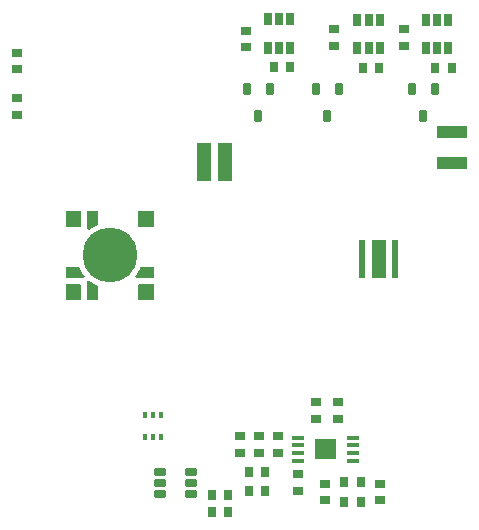
<source format=gtp>
G04*
G04 #@! TF.GenerationSoftware,Altium Limited,Altium Designer,23.2.1 (34)*
G04*
G04 Layer_Color=8421504*
%FSLAX44Y44*%
%MOMM*%
G71*
G04*
G04 #@! TF.SameCoordinates,98CE878A-1806-4984-BA15-9BEB6A1E334D*
G04*
G04*
G04 #@! TF.FilePolarity,Positive*
G04*
G01*
G75*
%ADD25R,1.3000X3.3000*%
%ADD26R,1.1500X3.2000*%
%ADD27R,0.9000X0.8000*%
G04:AMPARAMS|DCode=28|XSize=0.41mm|YSize=1.02mm|CornerRadius=0.1025mm|HoleSize=0mm|Usage=FLASHONLY|Rotation=90.000|XOffset=0mm|YOffset=0mm|HoleType=Round|Shape=RoundedRectangle|*
%AMROUNDEDRECTD28*
21,1,0.4100,0.8150,0,0,90.0*
21,1,0.2050,1.0200,0,0,90.0*
1,1,0.2050,0.4075,0.1025*
1,1,0.2050,0.4075,-0.1025*
1,1,0.2050,-0.4075,-0.1025*
1,1,0.2050,-0.4075,0.1025*
%
%ADD28ROUNDEDRECTD28*%
%ADD29R,0.4000X0.5000*%
%ADD30C,4.6400*%
%ADD31R,0.5000X3.3000*%
%ADD32R,2.6000X1.1000*%
G04:AMPARAMS|DCode=33|XSize=0.6mm|YSize=1mm|CornerRadius=0.075mm|HoleSize=0mm|Usage=FLASHONLY|Rotation=180.000|XOffset=0mm|YOffset=0mm|HoleType=Round|Shape=RoundedRectangle|*
%AMROUNDEDRECTD33*
21,1,0.6000,0.8500,0,0,180.0*
21,1,0.4500,1.0000,0,0,180.0*
1,1,0.1500,-0.2250,0.4250*
1,1,0.1500,0.2250,0.4250*
1,1,0.1500,0.2250,-0.4250*
1,1,0.1500,-0.2250,-0.4250*
%
%ADD33ROUNDEDRECTD33*%
%ADD34R,0.6500X1.1000*%
%ADD35R,0.8000X0.9000*%
G04:AMPARAMS|DCode=36|XSize=0.6mm|YSize=1mm|CornerRadius=0.075mm|HoleSize=0mm|Usage=FLASHONLY|Rotation=90.000|XOffset=0mm|YOffset=0mm|HoleType=Round|Shape=RoundedRectangle|*
%AMROUNDEDRECTD36*
21,1,0.6000,0.8500,0,0,90.0*
21,1,0.4500,1.0000,0,0,90.0*
1,1,0.1500,0.4250,0.2250*
1,1,0.1500,0.4250,-0.2250*
1,1,0.1500,-0.4250,-0.2250*
1,1,0.1500,-0.4250,0.2250*
%
%ADD36ROUNDEDRECTD36*%
G36*
X203888Y304429D02*
X191438D01*
X190588Y305280D01*
Y317729D01*
X203888D01*
Y304429D01*
D02*
G37*
G36*
X142188Y305280D02*
X141338Y304429D01*
X128888D01*
Y317729D01*
X142188D01*
Y305280D01*
D02*
G37*
G36*
X156488Y306980D02*
X156486Y306901D01*
X156480Y306823D01*
X156469Y306745D01*
X156455Y306668D01*
X156437Y306591D01*
X156414Y306516D01*
X156388Y306442D01*
X156358Y306369D01*
X156324Y306299D01*
X156287Y306229D01*
X156246Y306162D01*
X156201Y306098D01*
X156154Y306035D01*
X156103Y305976D01*
X156048Y305919D01*
X155992Y305865D01*
X155932Y305814D01*
X155870Y305766D01*
X155805Y305721D01*
X155738Y305680D01*
X155669Y305643D01*
X155598Y305609D01*
X155525Y305579D01*
X155451Y305553D01*
X155376Y305531D01*
X155300Y305512D01*
X155223Y305498D01*
X155145Y305488D01*
X155066Y305481D01*
X154988Y305480D01*
X154866Y305424D01*
X154632Y305316D01*
X154399Y305206D01*
X154166Y305093D01*
X153935Y304978D01*
X153706Y304862D01*
X153477Y304743D01*
X153249Y304622D01*
X153022Y304498D01*
X152797Y304373D01*
X152573Y304246D01*
X152350Y304116D01*
X152128Y303985D01*
X151907Y303851D01*
X151688Y303715D01*
X151470Y303577D01*
X151253Y303438D01*
X151037Y303296D01*
X150823Y303152D01*
X150610Y303007D01*
X150399Y302859D01*
X150189Y302709D01*
X149980Y302558D01*
X149773Y302404D01*
X149567Y302249D01*
X149363Y302091D01*
X149160Y301932D01*
X148959Y301771D01*
X148759Y301608D01*
X148688Y301549D01*
X148609Y301551D01*
X148531Y301558D01*
X148453Y301568D01*
X148376Y301582D01*
X148300Y301601D01*
X148224Y301623D01*
X148150Y301649D01*
X148078Y301679D01*
X148007Y301713D01*
X147938Y301750D01*
X147871Y301791D01*
X147806Y301836D01*
X147744Y301884D01*
X147684Y301935D01*
X147627Y301989D01*
X147573Y302046D01*
X147522Y302106D01*
X147474Y302168D01*
X147430Y302232D01*
X147389Y302299D01*
X147351Y302369D01*
X147318Y302439D01*
X147288Y302512D01*
X147261Y302586D01*
X147239Y302661D01*
X147221Y302738D01*
X147206Y302815D01*
X147196Y302893D01*
X147190Y302971D01*
X147188Y303050D01*
Y317729D01*
X156488D01*
Y306980D01*
D02*
G37*
G36*
X399101Y283654D02*
X389001D01*
Y291154D01*
X399101D01*
Y283654D01*
D02*
G37*
G36*
Y273654D02*
X389001D01*
Y281154D01*
X399101D01*
Y273654D01*
D02*
G37*
G36*
Y263654D02*
X389001D01*
Y271154D01*
X399101D01*
Y263654D01*
D02*
G37*
G36*
X203888Y261029D02*
X189208D01*
X189129Y261031D01*
X189051Y261038D01*
X188973Y261048D01*
X188896Y261062D01*
X188820Y261081D01*
X188744Y261103D01*
X188670Y261129D01*
X188598Y261159D01*
X188527Y261193D01*
X188458Y261230D01*
X188391Y261271D01*
X188326Y261316D01*
X188264Y261364D01*
X188204Y261415D01*
X188147Y261469D01*
X188093Y261526D01*
X188042Y261586D01*
X187994Y261648D01*
X187950Y261712D01*
X187909Y261779D01*
X187871Y261849D01*
X187838Y261919D01*
X187808Y261992D01*
X187781Y262066D01*
X187759Y262141D01*
X187741Y262218D01*
X187726Y262295D01*
X187716Y262373D01*
X187710Y262451D01*
X187708Y262530D01*
X187766Y262600D01*
X187929Y262800D01*
X188090Y263001D01*
X188250Y263204D01*
X188407Y263409D01*
X188563Y263615D01*
X188716Y263822D01*
X188868Y264030D01*
X189017Y264240D01*
X189165Y264452D01*
X189311Y264665D01*
X189454Y264879D01*
X189596Y265094D01*
X189736Y265311D01*
X189874Y265529D01*
X190009Y265749D01*
X190143Y265969D01*
X190275Y266191D01*
X190404Y266414D01*
X190531Y266639D01*
X190657Y266864D01*
X190780Y267090D01*
X190901Y267318D01*
X191020Y267547D01*
X191137Y267777D01*
X191252Y268008D01*
X191364Y268240D01*
X191474Y268473D01*
X191583Y268707D01*
X191638Y268829D01*
X191640Y268908D01*
X191646Y268986D01*
X191656Y269064D01*
X191671Y269141D01*
X191689Y269218D01*
X191711Y269293D01*
X191737Y269367D01*
X191768Y269440D01*
X191801Y269510D01*
X191839Y269580D01*
X191880Y269646D01*
X191924Y269711D01*
X191972Y269774D01*
X192023Y269833D01*
X192077Y269890D01*
X192134Y269944D01*
X192194Y269995D01*
X192256Y270043D01*
X192321Y270088D01*
X192388Y270128D01*
X192457Y270166D01*
X192528Y270200D01*
X192600Y270230D01*
X192674Y270256D01*
X192750Y270278D01*
X192826Y270297D01*
X192903Y270311D01*
X192981Y270321D01*
X193059Y270327D01*
X193138Y270329D01*
X203888D01*
Y261029D01*
D02*
G37*
G36*
X139716Y270327D02*
X139795Y270321D01*
X139873Y270311D01*
X139950Y270297D01*
X140026Y270278D01*
X140101Y270256D01*
X140175Y270230D01*
X140248Y270200D01*
X140319Y270166D01*
X140388Y270128D01*
X140455Y270088D01*
X140520Y270043D01*
X140582Y269995D01*
X140642Y269944D01*
X140699Y269890D01*
X140753Y269833D01*
X140804Y269774D01*
X140851Y269711D01*
X140896Y269646D01*
X140937Y269580D01*
X140974Y269510D01*
X141008Y269440D01*
X141038Y269367D01*
X141065Y269293D01*
X141087Y269218D01*
X141105Y269141D01*
X141119Y269064D01*
X141130Y268986D01*
X141136Y268908D01*
X141138Y268829D01*
X141193Y268707D01*
X141301Y268473D01*
X141412Y268240D01*
X141524Y268008D01*
X141639Y267777D01*
X141756Y267547D01*
X141875Y267318D01*
X141996Y267090D01*
X142119Y266864D01*
X142244Y266639D01*
X142372Y266414D01*
X142501Y266191D01*
X142633Y265969D01*
X142766Y265749D01*
X142902Y265529D01*
X143040Y265311D01*
X143180Y265094D01*
X143321Y264879D01*
X143465Y264665D01*
X143611Y264452D01*
X143758Y264240D01*
X143908Y264030D01*
X144060Y263822D01*
X144213Y263615D01*
X144369Y263409D01*
X144526Y263204D01*
X144685Y263001D01*
X144846Y262800D01*
X145009Y262600D01*
X145068Y262530D01*
X145066Y262451D01*
X145060Y262373D01*
X145049Y262295D01*
X145035Y262218D01*
X145017Y262141D01*
X144994Y262066D01*
X144968Y261992D01*
X144938Y261919D01*
X144904Y261849D01*
X144867Y261779D01*
X144826Y261712D01*
X144781Y261648D01*
X144734Y261586D01*
X144683Y261526D01*
X144628Y261469D01*
X144572Y261415D01*
X144512Y261364D01*
X144450Y261316D01*
X144385Y261271D01*
X144318Y261230D01*
X144249Y261193D01*
X144178Y261159D01*
X144105Y261129D01*
X144031Y261103D01*
X143956Y261081D01*
X143880Y261062D01*
X143802Y261048D01*
X143725Y261038D01*
X143646Y261031D01*
X143568Y261029D01*
X128888D01*
Y270329D01*
X139638D01*
X139716Y270327D01*
D02*
G37*
G36*
X203888Y242729D02*
X190588D01*
Y255180D01*
X191438Y256029D01*
X203888D01*
Y242729D01*
D02*
G37*
G36*
X148759Y258851D02*
X148959Y258688D01*
X149160Y258527D01*
X149363Y258368D01*
X149567Y258210D01*
X149773Y258055D01*
X149980Y257901D01*
X150189Y257750D01*
X150399Y257600D01*
X150610Y257452D01*
X150823Y257306D01*
X151037Y257163D01*
X151253Y257021D01*
X151470Y256881D01*
X151688Y256744D01*
X151907Y256608D01*
X152128Y256474D01*
X152350Y256343D01*
X152573Y256213D01*
X152797Y256086D01*
X153022Y255961D01*
X153249Y255837D01*
X153477Y255716D01*
X153706Y255597D01*
X153935Y255481D01*
X154166Y255366D01*
X154399Y255253D01*
X154632Y255143D01*
X154866Y255035D01*
X154988Y254979D01*
X155066Y254977D01*
X155145Y254971D01*
X155223Y254961D01*
X155300Y254947D01*
X155376Y254928D01*
X155451Y254906D01*
X155525Y254880D01*
X155598Y254850D01*
X155669Y254816D01*
X155738Y254778D01*
X155805Y254737D01*
X155870Y254693D01*
X155932Y254645D01*
X155992Y254594D01*
X156048Y254540D01*
X156103Y254483D01*
X156154Y254423D01*
X156201Y254361D01*
X156246Y254296D01*
X156287Y254230D01*
X156324Y254160D01*
X156358Y254090D01*
X156388Y254017D01*
X156414Y253943D01*
X156437Y253868D01*
X156455Y253791D01*
X156469Y253714D01*
X156480Y253636D01*
X156486Y253558D01*
X156488Y253479D01*
Y242729D01*
X147188D01*
Y257409D01*
X147190Y257488D01*
X147196Y257566D01*
X147206Y257644D01*
X147221Y257721D01*
X147239Y257798D01*
X147261Y257873D01*
X147288Y257947D01*
X147318Y258020D01*
X147351Y258090D01*
X147389Y258160D01*
X147430Y258226D01*
X147474Y258291D01*
X147522Y258353D01*
X147573Y258413D01*
X147627Y258470D01*
X147684Y258524D01*
X147744Y258575D01*
X147806Y258623D01*
X147871Y258668D01*
X147938Y258708D01*
X148007Y258746D01*
X148078Y258780D01*
X148150Y258810D01*
X148224Y258836D01*
X148300Y258858D01*
X148376Y258877D01*
X148453Y258891D01*
X148531Y258901D01*
X148609Y258907D01*
X148688Y258909D01*
X148759Y258851D01*
D02*
G37*
G36*
X142188Y255180D02*
Y242729D01*
X128888D01*
Y256029D01*
X141338D01*
X142188Y255180D01*
D02*
G37*
G36*
X357508Y125010D02*
X357508Y107533D01*
X340031Y107533D01*
X340031Y125010D01*
X357508Y125010D01*
D02*
G37*
D25*
X394051Y277404D02*
D03*
D26*
X263948Y358973D02*
D03*
X246448D02*
D03*
D27*
X87520Y451884D02*
D03*
Y437883D02*
D03*
X88055Y413281D02*
D03*
Y399281D02*
D03*
X281211Y470266D02*
D03*
Y456265D02*
D03*
X415099Y457670D02*
D03*
Y471670D02*
D03*
X356026Y457670D02*
D03*
Y471670D02*
D03*
X292566Y127305D02*
D03*
Y113305D02*
D03*
X359178Y155849D02*
D03*
Y141849D02*
D03*
X340788Y141695D02*
D03*
Y155695D02*
D03*
X394723Y86795D02*
D03*
Y72795D02*
D03*
X348718D02*
D03*
Y86795D02*
D03*
X325979Y81046D02*
D03*
Y95046D02*
D03*
X276522Y113305D02*
D03*
Y127305D02*
D03*
X308611D02*
D03*
Y113305D02*
D03*
D28*
X326029Y106318D02*
D03*
Y112818D02*
D03*
Y119318D02*
D03*
Y125818D02*
D03*
X372029D02*
D03*
Y119318D02*
D03*
Y112818D02*
D03*
Y106318D02*
D03*
D29*
X196485Y145493D02*
D03*
X202985D02*
D03*
X209485D02*
D03*
Y126493D02*
D03*
X202985D02*
D03*
X196485D02*
D03*
D30*
X166388Y280229D02*
D03*
D31*
X408051Y277404D02*
D03*
X380051D02*
D03*
D32*
X456448Y385057D02*
D03*
Y358057D02*
D03*
D33*
X301672Y421055D02*
D03*
X282672D02*
D03*
X292172Y398055D02*
D03*
X431840Y398153D02*
D03*
X422340Y421153D02*
D03*
X441340D02*
D03*
X350486Y398153D02*
D03*
X340986Y421153D02*
D03*
X359986D02*
D03*
D34*
X319194Y480047D02*
D03*
X309694D02*
D03*
X300194D02*
D03*
X319194Y456047D02*
D03*
X300194D02*
D03*
X309694D02*
D03*
X434049Y455871D02*
D03*
X443549D02*
D03*
X453049D02*
D03*
Y479871D02*
D03*
X443549D02*
D03*
X434049D02*
D03*
X375903Y455871D02*
D03*
X385403D02*
D03*
X394902D02*
D03*
Y479871D02*
D03*
X385403D02*
D03*
X375903D02*
D03*
D35*
X319029Y439955D02*
D03*
X305029D02*
D03*
X394468Y438824D02*
D03*
X380467D02*
D03*
X456076D02*
D03*
X442076D02*
D03*
X252643Y77212D02*
D03*
X266643D02*
D03*
X252643Y62901D02*
D03*
X266643D02*
D03*
X283899Y96536D02*
D03*
X297899D02*
D03*
X378804Y88560D02*
D03*
X364804D02*
D03*
X378839Y71535D02*
D03*
X364839D02*
D03*
X284003Y80521D02*
D03*
X298003D02*
D03*
D36*
X209135Y78057D02*
D03*
X235135Y97056D02*
D03*
Y87557D02*
D03*
Y78057D02*
D03*
X209135Y97056D02*
D03*
Y87557D02*
D03*
M02*

</source>
